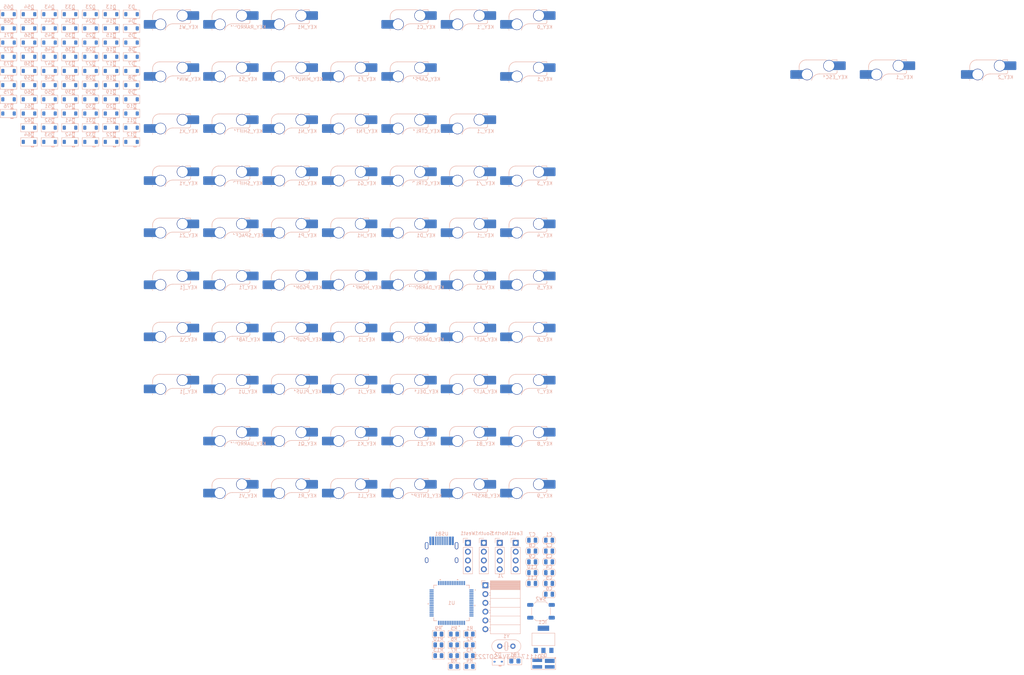
<source format=kicad_pcb>
(kicad_pcb (version 20241229) (generator "pcbnew") (generator_version "9.0")
  (layers (0 "F.Cu" signal) (4 "In1.Cu" signal) (6 "In2.Cu" signal) (2 "B.Cu" signal) (13 "F.Paste" user) (15 "B.Paste" user) (5 "F.SilkS" user "F.Silkscreen") (7 "B.SilkS" user "B.Silkscreen") (1 "F.Mask" user) (3 "B.Mask" user) (25 "Edge.Cuts" user))
  (net 0 "")
  (net 1 "GND")
  (net 2 "+3.3V")
  (net 3 "+5V")
  (net 4 "Net-(D3-A)")
  (net 5 "Net-(D4-A)")
  (net 6 "Net-(D5-A)")
  (net 7 "Net-(D6-A)")
  (net 8 "Net-(D7-A)")
  (net 9 "Net-(D8-A)")
  (net 10 "Net-(D9-A)")
  (net 11 "Net-(D10-A)")
  (net 12 "Net-(D11-A)")
  (net 13 "Net-(D12-A)")
  (net 14 "Net-(D13-A)")
  (net 15 "Net-(D14-A)")
  (net 16 "Net-(D15-A)")
  (net 17 "Net-(D16-A)")
  (net 18 "Net-(D17-A)")
  (net 19 "Net-(D18-A)")
  (net 20 "Net-(D19-A)")
  (net 21 "Net-(D20-A)")
  (net 22 "Net-(D21-A)")
  (net 23 "Net-(D22-A)")
  (net 24 "Net-(D23-A)")
  (net 25 "Net-(D29-A)")
  (net 26 "Net-(D30-A)")
  (net 27 "Net-(D31-A)")
  (net 28 "Net-(D32-A)")
  (net 29 "Net-(D33-A)")
  (net 30 "Net-(D24-A)")
  (net 31 "Net-(D25-A)")
  (net 32 "Net-(D26-A)")
  (net 33 "Net-(D27-A)")
  (net 34 "Net-(D28-A)")
  (net 35 "Net-(D34-A)")
  (net 36 "/COL2")
  (net 37 "/COL3")
  (net 38 "/COL4")
  (net 39 "/COL5")
  (net 40 "/COL1")
  (net 41 "/ROT_TIMB")
  (net 42 "/ROT_TIMA")
  (net 43 "Net-(U1-OSCIN)")
  (net 44 "Net-(U1-OSCOUT)")
  (net 45 "Net-(U1-VCAP)")
  (net 46 "/NRST")
  (net 47 "/D+")
  (net 48 "/D-")
  (net 49 "/ROW1")
  (net 50 "/ROW2")
  (net 51 "/ROW3")
  (net 52 "/ROW4")
  (net 53 "/ROW5")
  (net 54 "Net-(D35-A)")
  (net 55 "/ROT_SW")
  (net 56 "/UART_TX_EAST")
  (net 57 "/UART_RX_EAST")
  (net 58 "Net-(U1-VDDA)")
  (net 59 "/RGB_DATAIN")
  (net 60 "Net-(D36-A)")
  (net 61 "Net-(D37-A)")
  (net 62 "Net-(D38-A)")
  (net 63 "Net-(D39-A)")
  (net 64 "Net-(D40-A)")
  (net 65 "Net-(D41-A)")
  (net 66 "Net-(D42-A)")
  (net 67 "Net-(D43-A)")
  (net 68 "Net-(D44-A)")
  (net 69 "Net-(D45-A)")
  (net 70 "Net-(D46-A)")
  (net 71 "Net-(D47-A)")
  (net 72 "Net-(D48-A)")
  (net 73 "Net-(D50-A)")
  (net 74 "Net-(D51-A)")
  (net 75 "Net-(D52-A)")
  (net 76 "Net-(D53-A)")
  (net 77 "Net-(D54-A)")
  (net 78 "Net-(D55-A)")
  (net 79 "Net-(D56-A)")
  (net 80 "Net-(D57-A)")
  (net 81 "Net-(D58-A)")
  (net 82 "/UART_TX_NORTH")
  (net 83 "/UART_RX_NORTH")
  (net 84 "Net-(USB1-CC2)")
  (net 85 "Net-(USB1-CC1)")
  (net 86 "Net-(U1-PA11)")
  (net 87 "Net-(U1-PA12)")
  (net 88 "Net-(U1-BOOT)")
  (net 89 "/JTCLK")
  (net 90 "Net-(J1-Pin_2)")
  (net 91 "/JTMS")
  (net 92 "Net-(J1-Pin_4)")
  (net 93 "Net-(J1-Pin_5)")
  (net 94 "Net-(J1-Pin_6)")
  (net 95 "/SWO")
  (net 96 "/UART_TX_SOUTH")
  (net 97 "/UART_RX_SOUTH")
  (net 99 "AGND")
  (net 100 "Net-(D59-A)")
  (net 101 "/UART_TX_WEST")
  (net 104 "Net-(D60-A)")
  (net 105 "Net-(D61-A)")
  (net 106 "Net-(D62-A)")
  (net 109 "Net-(D64-A)")
  (net 111 "Net-(D65-A)")
  (net 112 "Net-(D68-A)")
  (net 113 "/UART_RX_WEST")
  (net 114 "Net-(D71-A)")
  (net 115 "Net-(D72-A)")
  (net 116 "Net-(D73-A)")
  (net 119 "Net-(D2-A)")
  (net 124 "Net-(D74-A)")
  (net 125 "Net-(D75-A)")
  (net 126 "Net-(D76-A)")
  (net 127 "/COL12")
  (net 128 "/COL9")
  (net 129 "/COL10")
  (net 130 "/COL11")
  (net 131 "/COL6")
  (net 132 "/COL7")
  (net 133 "/COL8")
  (net 134 "/COL14")
  (net 135 "/COL13")
  (net 136 "/COL15")
  (footprint "PCM_Resistor_SMD_AKL:R_0805_2012Metric" (layer "B.Cu") (at -40.389 193.232 180)
    (property "Reference" "R6")
    (property "Value" "22" (hide yes))
  )
  (footprint "PCM_marbastlib-mx:SW_MX_HS_CPG151101S11_1u" (layer "B.Cu") (at -18.438824 31.517 180)
    (property "Reference" "KEY_1")
    (property "Value" "MX_SW_HS")
  )
  (footprint "PCM_marbastlib-mx:SW_MX_HS_CPG151101S11_1u" (layer "B.Cu") (at -87.038824 76.667 180)
    (property "Reference" "KEY_P1")
    (property "Value" "MX_SW_HS")
  )
  (footprint "PCM_Diode_SMD_AKL:D_SOD-123" (layer "B.Cu") (at -151.269 23.292 180)
    (property "Reference" "D36")
    (property "Value" "1N4148W" (hide yes))
  )
  (footprint "PCM_Capacitor_SMD_AKL:C_0805_2012Metric" (layer "B.Cu") (at -17.821682 166.122 180)
    (property "Reference" "C8")
    (property "Value" "10uF" (hide yes))
  )
  (footprint "PCM_marbastlib-mx:SW_MX_HS_CPG151101S11_1u" (layer "B.Cu") (at -69.888824 91.717 180)
    (property "Reference" "KEY_HOME1")
    (property "Value" "MX_SW_HS")
  )
  (footprint "PCM_Diode_SMD_AKL:D_SOD-123" (layer "B.Cu") (at -163.109 15.092 180)
    (property "Reference" "D55")
    (property "Value" "1N4148W" (hide yes))
  )
  (footprint "PCM_marbastlib-mx:SW_MX_HS_CPG151101S11_1u" (layer "B.Cu") (at -35.588824 61.617 180)
    (property "Reference" "KEY_/1")
    (property "Value" "MX_SW_HS")
  )
  (footprint "PCM_Diode_SMD_AKL:D_SOD-123" (layer "B.Cu") (at -169.029 19.192 180)
    (property "Reference" "D71")
    (property "Value" "1N4148W" (hide yes))
  )
  (footprint "PCM_marbastlib-mx:SW_MX_HS_CPG151101S11_1u" (layer "B.Cu") (at -18.438824 16.467 180)
    (property "Reference" "KEY_0")
    (property "Value" "MX_SW_HS")
  )
  (footprint "PCM_marbastlib-mx:SW_MX_HS_CPG151101S11_1u" (layer "B.Cu") (at -87.038824 16.467 180)
    (property "Reference" "KEY_M1")
    (property "Value" "MX_SW_HS")
  )
  (footprint "PCM_Diode_SMD_AKL:D_SOD-123" (layer "B.Cu") (at -151.269 31.492 180)
    (property "Reference" "D38")
    (property "Value" "1N4148W" (hide yes))
  )
  (footprint "PCM_Diode_SMD_AKL:D_SOD-123" (layer "B.Cu") (at -139.429 47.892 180)
    (property "Reference" "D22")
    (property "Value" "1N4148W" (hide yes))
  )
  (footprint "PCM_marbastlib-mx:SW_MX_HS_CPG151101S11_1u" (layer "B.Cu") (at -104.188824 151.917 180)
    (property "Reference" "KEY_V1")
    (property "Value" "MX_SW_HS")
  )
  (footprint "PCM_marbastlib-mx:SW_MX_HS_CPG151101S11_1u" (layer "B.Cu") (at -69.888824 151.917 180)
    (property "Reference" "KEY_L1")
    (property "Value" "MX_SW_HS")
  )
  (footprint "PCM_Diode_SMD_AKL:D_SOD-123" (layer "B.Cu") (at -145.349 35.592 180)
    (property "Reference" "D29")
    (property "Value" "1N4148W" (hide yes))
  )
  (footprint "PCM_marbastlib-mx:SW_MX_HS_CPG151101S11_1u" (layer "B.Cu") (at -104.188824 121.817 180)
    (property "Reference" "KEY_U1")
    (property "Value" "MX_SW_HS")
  )
  (footprint "PCM_Resistor_SMD_AKL:R_0805_2012Metric" (layer "B.Cu") (at -44.909 196.352 180)
    (property "Reference" "R13")
    (property "Value" "DNP" (hide yes))
  )
  (footprint "PCM_marbastlib-mx:SW_MX_HS_CPG151101S11_1u" (layer "B.Cu") (at -104.188824 16.467 180)
    (property "Reference" "KEY_RARROW1")
    (property "Value" "MX_SW_HS")
  )
  (footprint "PCM_Diode_SMD_AKL:D_SOD-123" (layer "B.Cu") (at -139.429 31.492 180)
    (property "Reference" "D18")
    (property "Value" "1N4148W" (hide yes))
  )
  (footprint "PCM_Diode_SMD_AKL:D_SOD-123" (layer "B.Cu") (at -133.509 10.992 180)
    (property "Reference" "D3")
    (property "Value" "1N4148W" (hide yes))
  )
  (footprint "PCM_marbastlib-mx:SW_MX_HS_CPG151101S11_1u" (layer "B.Cu") (at -52.738824 46.567 180)
    (property "Reference" "KEY_CTRL1")
    (property "Value" "MX_SW_HS")
  )
  (footprint "PCM_Diode_SMD_AKL:D_SOD-123" (layer "B.Cu") (at -145.349 10.992 180)
    (property "Reference" "D23")
    (property "Value" "1N4148W" (hide yes))
  )
  (footprint "PCM_marbastlib-mx:SW_MX_HS_CPG151101S11_1u" (layer "B.Cu") (at -104.188824 76.667 180)
    (property "Reference" "KEY_SPACE1")
    (property "Value" "MX_SW_HS")
  )
  (footprint "PCM_marbastlib-mx:SW_MX_HS_CPG151101S11_1u" (layer "B.Cu") (at -52.738824 76.667 180)
    (property "Reference" "KEY_D1")
    (property "Value" "MX_SW_HS")
  )
  (footprint "PCM_Diode_SMD_AKL:D_SOD-123" (layer "B.Cu") (at -163.109 31.492 180)
    (property "Reference" "D59")
    (property "Value" "1N4148W" (hide yes))
  )
  (footprint "PCM_Diode_SMD_AKL:D_SOD-123" (layer "B.Cu") (at -169.029 10.992 180)
    (property "Reference" "D65")
    (property "Value" "1N4148W" (hide yes))
  )
  (footprint "Connector_PinSocket_2.54mm:PinSocket_1x04_P2.54mm_Vertical" (layer "B.Cu") (at -27.184 163.767 180)
    (property "Reference" "North1")
    (property "Value" "Conn_01x04")
  )
  (footprint "PCM_Resistor_SMD_AKL:R_0805_2012Metric" (layer "B.Cu") (at -40.389 190.112 180)
    (property "Reference" "R5")
    (property "Value" "10k" (hide yes))
  )
  (footprint "PCM_Resistor_SMD_AKL:R_0805_2012Metric" (layer "B.Cu") (at -44.909 193.232 180)
    (property "Reference" "R10")
    (property "Value" "DNP" (hide yes))
  )
  (footprint "Connector_PinSocket_2.54mm:PinSocket_1x04_P2.54mm_Vertical" (layer "B.Cu") (at -36.384 163.767 180)
    (property "Reference" "West1")
    (property "Value" "Conn_01x04")
  )
  (footprint "PCM_Diode_SMD_AKL:D_SOD-123" (layer "B.Cu") (at -151.269 39.692 180)
    (property "Reference" "D40")
    (property "Value" "1N4148W" (hide yes))
  )
  (footprint "PCM_marbastlib-mx:SW_MX_HS_CPG151101S11_1u" (layer "B.Cu") (at -121.338824 46.567 180)
    (property "Reference" "KEY_X1")
    (property "Value" "MX_SW_HS")
  )
  (footprint "PCM_Diode_SMD_AKL:D_SOD-123" (layer "B.Cu") (at -145.349 23.292 180)
    (property "Reference" "D26")
    (property "Value" "1N4148W" (hide yes))
  )
  (footprint "PCM_Diode_SMD_AKL:D_SOD-123" (layer "B.Cu") (at -163.109 43.792 180)
    (property "Reference" "D62")
    (property "Value" "1N4148W" (hide yes))
  )
  (footprint "PCM_Diode_SMD_AKL:D_SOD-123" (layer "B.Cu") (at -139.429 27.392 180)
    (property "Reference" "D17")
    (property "Value" "1N4148W" (hide yes))
  )
  (footprint "PCM_marbastlib-mx:SW_MX_HS_CPG151101S11_1u" (layer "B.Cu") (at 114.6175 30.95625 180)
    (property "Reference" "KEY_2")
    (property "Value" "MX_SW_HS")
  )
  (footprint "PCM_Diode_SMD_AKL:D_SOD-123" (layer "B.Cu") (at -139.429 15.092 180)
    (property "Reference" "D14")
    (property "Value" "1N4148W" (hide yes))
  )
  (footprint "PCM_marbastlib-mx:SW_MX_HS_CPG151101S11_1u" (layer "B.Cu") (at -69.888824 76.667 180)
    (property "Reference" "KEY_H1")
    (property "Value" "MX_SW_HS")
  )
  (footprint "PCM_marbastlib-mx:SW_MX_HS_CPG151101S11_1u" (layer "B.Cu") (at -18.438824 136.867 180)
    (property "Reference" "KEY_8")
    (property "Value" "MX_SW_HS")
  )
  (footprint "PCM_marbastlib-mx:SW_MX_HS_CPG151101S11_1u" (layer "B.Cu") (at -18.438824 106.767 180)
    (property "Reference" "KEY_6")
    (property "Value" "MX_SW_HS")
  )
  (footprint "PCM_Diode_SMD_AKL:D_SOD-123" (layer "B.Cu") (at -151.269 47.892 180)
    (property "Reference" "D42")
    (property "Value" "1N4148W" (hide yes))
  )
  (footprint "PCM_marbastlib-mx:SW_MX_HS_CPG151101S11_1u" (layer "B.Cu") (at -69.888824 46.567 180)
    (property "Reference" "KEY_FN1")
    (property "Value" "MX_SW_HS")
  )
  (footprint "PCM_marbastlib-mx:SW_MX_HS_CPG151101S11_1u" (layer "B.Cu") (at 65.3475 30.95625 180)
    (property "Reference" "KEY_ESC1")
    (property "Value" "MX_SW_HS")
  )
  (footprint "PCM_Diode_SMD_AKL:D_SOD-123" (layer "B.Cu") (at -151.269 10.992 180)
    (property "Reference" "D33")
    (property "Value" "1N4148W" (hide yes))
  )
  (footprint "PCM_marbastlib-mx:SW_MX_HS_CPG151101S11_1u" (layer "B.Cu") (at -18.438824 61.617 180)
    (property "Reference" "KEY_3")
    (property "Value" "MX_SW_HS")
  )
  (footprint "PCM_marbastlib-mx:SW_MX_HS_CPG151101S11_1u" (layer "B.Cu") (at -35.588824 91.717 180)
    (property "Reference" "KEY_A1")
    (property "Value" "MX_SW_HS")
  )
  (footprint "PCM_marbastlib-mx:SW_MX_HS_CPG151101S11_1u" (layer "B.Cu") (at -87.038824 61.617 180)
    (property "Reference" "KEY_O1")
    (property "Value" "MX_SW_HS")
  )
  (footprint "PCM_Diode_SMD_AKL:D_SOD-123" (layer "B.Cu") (at -151.269 19.192 180)
    (property "Reference" "D35")
    (property "Value" "1N4148W" (hide yes))
  )
  (footprint "PCM_marbastlib-mx:SW_MX_HS_CPG151101S11_1u" (layer "B.Cu") (at -52.738824 91.717 180)
    (property "Reference" "KEY_DARROW1")
    (property "Value" "MX_SW_HS")
  )
  (footprint "PCM_marbastlib-mx:SW_MX_HS_CPG151101S11_1u" (layer "B.Cu") (at -87.038824 46.567 180)
    (property "Reference" "KEY_N1")
    (property "Value" "MX_SW_HS")
  )
  (footprint "PCM_Diode_SMD_AKL:D_SOD-123" (layer "B.Cu") (at -169.029 23.292 180)
    (property "Reference" "D72")
    (property "Value" "1N4148W" (hide yes))
  )
  (footprint "PCM_Diode_SMD_AKL:D_SOD-123" (layer "B.Cu") (at -133.509 47.892 180)
    (property "Reference" "D12")
    (property "Value" "1N4148W" (hide yes))
  )
  (footprint "PCM_Diode_SMD_AKL:D_SOD-123" (layer "B.Cu") (at -157.189 15.092 180)
    (property "Reference" "D44")
    (property "Value" "1N4148W" (hide yes))
  )
  (footprint "PCM_Diode_SMD_AKL:D_SOD-123" (layer "B.Cu") (at -133.509 15.092 180)
    (property "Reference" "D4")
    (property "Value" "1N4148W" (hide yes))
  )
  (footprint "PCM_marbastlib-mx:SW_MX_HS_CPG151101S11_1u" (layer "B.Cu") (at -52.738824 121.817 180)
    (property "Reference" "KEY_DEL1")
    (property "Value" "MX_SW_HS")
  )
  (footprint "PCM_Resistor_SMD_AKL:R_0805_2012Metric" (layer "B.Cu") (at -35.869 196.352 180)
    (property "Reference" "R3")
    (property "Value" "22" (hide yes))
  )
  (footprint "PCM_marbastlib-mx:SW_MX_HS_CPG151101S11_1u" (layer "B.Cu") (at -104.188824 91.717 180)
    (property "Reference" "KEY_T1")
    (property "Value" "MX_SW_HS")
  )
  (footprint "PCM_marbastlib-mx:SW_MX_HS_CPG151101S11_1u" (layer "B.Cu") (at -18.438824 76.667 180)
    (property "Reference" "KEY_4")
    (property "Value" "MX_SW_HS")
  )
  (footprint "PCM_Diode_SMD_AKL:D_SOD-123" (layer "B.Cu") (at -151.269 35.592 180)
    (property "Reference" "D39")
    (property "Value" "1N4148W" (hide yes))
  )
  (footprint "PCM_Capacitor_SMD_AKL:C_0805_2012Metric" (layer "B.Cu") (at -12.939894 178.602 180)
    (property "Reference" "C6")
    (property "Value" "100nF" (hide yes))
  )
  (footprint "PCM_Resistor_SMD_AKL:R_0805_2012Metric" (layer "B.Cu") (at -40.389 196.352 180)
    (property "Reference" "R7")
    (property "Value" "22" (hide yes))
  )
  (footprint "PCM_Capacitor_SMD_AKL:C_0805_2012Metric" (layer "B.Cu") (at -12.939894 166.122 180)
    (property "Reference" "C2")
    (property "Value" "20pF" (hide yes))
  )
  (footprint "PCM_Diode_SMD_AKL:D_SOD-123" (layer "B.Cu") (at -139.429 35.592 180)
    (property "Reference" "D19")
    (property "Value" "1N4148W" (hide yes))
  )
  (footprint "PCM_Capacitor_SMD_AKL:C_0805_2012Metric" (layer "B.Cu") (at -17.821682 169.242 180)
    (property "Reference" "C9")
    (property "Value" "4.7uF" (hide yes))
  )
  (footprint "PCM_Diode_SMD_AKL:D_SOD-123" (layer "B.Cu") (at -157.189 31.492 180)
    (property "Reference" "D48")
    (property "Value" "1N4148W" (hide yes))
  )
  (footprint "PCM_Diode_SMD_AKL:D_SOD-123" (layer "B.Cu") (at -145.349 27.392 180)
    (property "Reference" "D27")
    (property "Value" "1N4148W" (hide yes))
  )
  (footprint "PCM_marbastlib-mx:SW_MX_HS_CPG151101S11_1u" (layer "B.Cu") (at -87.038824 136.867 180)
    (property "Reference" "KEY_Q1")
    (property "Value" "MX_SW_HS")
  )
  (footprint "PCM_marbastlib-mx:SW_MX_HS_CPG151101S11_1u" (layer "B.Cu") (at -104.188824 136.867 180)
    (property "Reference" "KEY_UARROW1")
    (property "Value" "MX_SW_HS")
  )
  (footprint "PCM_Diode_SMD_AKL:D_SOD-123" (layer "B.Cu") (at -151.269 43.792 180)
    (property "Reference" "D41")
    (property "Value" "1N4148W" (hide yes))
  )
  (footprint "PCM_Diode_SMD_AKL:D_SOD-123" (layer "B.Cu") (at -133.509 35.592 180)
    (property "Reference" "D9")
    (property "Value" "1N4148W" (hide yes))
  )
  (footprint "PCM_Diode_SMD_AKL:D_SOD-123" (layer "B.Cu") (at -133.509 19.192 180)
    (property "Reference" "D5")
    (property "Value" "1N4148W" (hide yes))
  )
  (footprint "PCM_Diode_SMD_AKL:D_SOD-123" (layer "B.Cu") (at -133.509 43.792 180)
    (property "Reference" "D11")
    (property "Value" "1N4148W" (hide yes))
  )
  (footprint "PCM_Diode_SMD_AKL:D_SOD-123" (layer "B.Cu") (at -163.109 35.592 180)
    (property "Reference" "D60")
    (property "Value" "1N4148W" (hide yes))
  )
  (footprint "PCM_Capacitor_SMD_AKL:C_0805_2012Metric" (layer "B.Cu") (at -12.939894 172.362 180)
    (property "Reference" "C4")
    (property "Value" "100nF" (hide yes))
  )
  (footprint "PCM_Diode_SMD_AKL:D_SOD-123" (layer "B.Cu") (at -163.109 10.992 180)
    (property "Reference" "D54")
    (property "Value" "1N4148W" (hide yes))
  )
  (footprint "Type-C.pretty-master:HRO-TYPE-C-31-M-12-HandSoldering" (layer "B.Cu") (at -43.979 171.362 180)
    (property "Reference" "USB1")
    (property "Value" "HRO-TYPE-C-31-M-12")
  )
  (footprint "PCM_Diode_SMD_AKL:D_SOD-123" (layer "B.Cu") (at -133.509 23.292 180)
    (property "Reference" "D6")
    (property "Value" "1N4148W" (hide yes))
  )
  (footprint "PCM_marbastlib-mx:SW_MX_HS_CPG151101S11_1u" (layer "B.Cu") (at -35.588824 106.767 180)
    (property "Reference" "KEY_ALT1")
    (property "Value" "MX_SW_HS")
  )
  (footprint "PCM_marbastlib-mx:SW_MX_HS_CPG151101S11_1u" (layer "B.Cu") (at -87.038824 151.917 180)
    (property "Reference" "KEY_R1")
    (property "Value" "MX_SW_HS")
  )
  (footprint "PCM_marbastlib-mx:SW_MX_HS_CPG151101S11_1u" (layer "B.Cu") (at -121.338824 91.717 180)
    (property "Reference" "KEY_[1")
    (property "Value" "MX_SW_HS")
  )
  (footprint "PCM_Diode_SMD_AKL:D_SOD-123" (layer "B.Cu") (at -169.029 35.592 180)
    (property "Reference" "D75")
    (property "Value" "1N4148W" (hide yes))
  )
  (footprint "PCM_marbastlib-mx:SW_MX_HS_CPG151101S11_1u" (layer "B.Cu") (at -69.888824 136.867 180)
    (property "Reference" "KEY_K1")
    (property "Value" "MX_SW_HS")
  )
  (footprint "PCM_marbastlib-mx:SW_MX_HS_CPG151101S11_1u" (layer "B.Cu") (at -104.188824 46.567 180)
    (property "Reference" "KEY_SHIFT1")
    (property "Value" "MX_SW_HS")
  )
  (footprint "PCM_marbastlib-various:SW_SPST_SKQG_WithStem" (layer "B.Cu") (at -15.274 183.537 180)
    (property "Reference" "SW2")
    (property "Value" "Push_Button")
  )
  (footprint "PCM_Diode_SMD_AKL:D_SOD-123" (layer "B.Cu") (at -163.109 27.392 180)
    (property "Reference" "D58")
    (property "Value" "1N4148W" (hide yes))
  )
  (footprint "PCM_Diode_SMD_AKL:D_SOD-123" (layer "B.Cu") (at -139.429 39.692 180)
    (property "Reference" "D20")
    (property "Value" "1N4148W" (hide yes))
  )
  (footprint "PCM_Diode_SMD_AKL:D_SOD-123" (layer "B.Cu") (at -139.429 19.192 180)
    (property "Reference" "D15")
    (property "Value" "1N4148W" (hide yes))
  )
  (footprint "PCM_marbastlib-mx:SW_MX_HS_CPG151101S11_1u" (layer "B.Cu") (at -104.188824 106.767 180)
    (property "Reference" "KEY_TAB1")
    (property "Value" "MX_SW_HS")
  )
  (footprint "PCM_Diode_SMD_AKL:D_SOD-323" (layer "B.Cu") (at -27.639 198.092 180)
    (property "Reference" "D2")
    (property "Value" "BAT60JFILM" (hide yes))
  )
  (footprint "PCM_Diode_SMD_AKL:D_SOD-123" (layer "B.Cu") (at -157.189 43.792 180)
    (property "Reference" "D52")
    (property "Value" "1N4148W" (hide yes))
  )
  (footprint "PCM_marbastlib-mx:SW_MX_HS_CPG151101S11_1u" (layer "B.Cu") (at -52.738824 136.867 180)
    (property "Reference" "KEY_E1")
    (property "Value" "MX_SW_HS")
  )
  (footprint "PCM_marbastlib-mx:SW_MX_HS_CPG151101S11_1u" (layer "B.Cu") (at -121.338824 31.517 180)
    (property "Reference" "KEY_WIN1")
    (property "Value" "MX_SW_HS")
  )
  (footprint "PCM_Diode_SMD_AKL:D_SOD-123" (layer "B.Cu") (at -157.189 47.892 180)
    (property "Reference" "D53")
    (property "Value" "1N4148W" (hide yes))
  )
  (footprint "PCM_marbastlib-mx:SW_MX_HS_CPG151101S11_1u" (layer "B.Cu") (at -35.588824 136.867 180)
    (property "Reference" "KEY_B1")
    (property "Value" "MX_SW_HS")
  )
  (footprint "PCM_Resistor_SMD_AKL:R_0805_2012Metric" (layer "B.Cu") (at -35.869 193.232 180)
    (property "Reference" "R2")
    (property "Value" "5.1k" (hide yes))
  )
  (footprint "PCM_marbastlib-mx:SW_MX_HS_CPG151101S11_1u" (layer "B.Cu") (at -52.738824 61.617 180)
    (property "Reference" "KEY_CTRL2")
    (property "Value" "MX_SW_HS")
  )
  (footprint "PCM_marbastlib-mx:SW_MX_HS_CPG151101S11_1u" (layer "B.Cu") (at -69.888824 61.617 180)
    (property "Reference" "KEY_G1")
    (property "Value" "MX_SW_HS")
  )
  (footprint "PCM_Capacitor_SMD_AKL:C_0805_2012Metric" (layer "B.Cu") (at -17.821682 172.362 180)
    (property "Reference" "C10")
    (property "Value" "1uF" (hide yes))
  )
  (footprint "PCM_marbastlib-mx:SW_MX_HS_CPG151101S11_1u" (layer "B.Cu") (at -104.188824 31.517 180)
    (property "Reference" "KEY_S1")
    (property "Value" "MX_SW_HS")
  )
  (footprint "PCM_Diode_SMD_AKL:D_SOD-123" (layer "B.Cu") (at -139.429 23.292 180)
    (property "Reference" "D16")
    (property "Value" "1N4148W" (hide yes))
  )
  (footprint "PCM_marbastlib-mx:SW_MX_HS_CPG151101S11_1u" (layer "B.Cu") (at -87.038824 91.717 180)
    (property "Reference" "KEY_PGDN1")
    (property "Value" "MX_SW_HS")
  )
  (footprint "PCM_Capacitor_SMD_AKL:C_0805_2012Metric" (layer "B.Cu") (at -17.821682 175.482 180)
    (property "Reference" "C11")
    (property "Value" "0.1uF" (hide yes))
  )
  (footprint "PCM_Diode_SMD_AKL:D_SOD-123" (layer "B.Cu") (at -157.189 19.192 180)
    (property "Reference" "D45")
    (property "Value" "1N4148W" (hide yes))
  )
  (footprint "PCM_marbastlib-mx:SW_MX_HS_CPG151101S11_1u" (layer "B.Cu") (at -52.738824 31.517 180)
    (property "Reference" "KEY_CAPS1")
    (property "Value" "MX_SW_HS")
  )
  (footprint "PCM_marbastlib-mx:SW_MX_HS_CPG151101S11_1u" (layer "B.Cu") (at -69.888824 31.517 180)
    (property "Reference" "KEY_F1")
    (property "Value" "MX_SW_HS")
  )
  (footprint "PCM_marbastlib-mx:SW_MX_HS_CPG151101S11_1u" (layer "B.Cu") (at -69.888824 106.767 180)
    (property "Reference" "KEY_I1")
    (property "Value" "MX_SW_HS")
  )
  (footprint "PCM_Diode_SMD_AKL:D_SOD-123" (layer "B.Cu") (at -157.189 39.692 180)
    (property "Reference" "D51")
    (property "Value" "1N4148W" (hide yes))
  )
  (footprint "PCM_Diode_SMD_AKL:D_SOD-123" (layer "B.Cu") (at -145.349 15.092 180)
    (property "Reference" "D24")
    (property "Value" "1N4148W" (hide yes))
  )
  (footprint "PCM_marbastlib-mx:SW_MX_HS_CPG151101S11_1u" (layer "B.Cu") (at -121.338824 106.767 180)
    (property "Reference" "KEY_\\1")
    (property "Value" "MX_SW_HS")
  )
  (footprint "PCM_Diode_SMD_AKL:D_SOD-123" (layer "B.Cu") (at -163.109 47.892 180)
    (property "Reference" "D64")
    (property "Value" "1N4148W" (hide yes))
  )
  (footprint "PCM_Diode_SMD_AKL:D_SOD-123" (layer "B.Cu") (at -157.189 35.592 180)
    (property "Reference" "D50")
    (property "Value" "1N4148W" (hide yes))
  )
  (footprint "PCM_Resistor_SMD_AKL:R_0805_2012Metric" (layer "B.Cu") (at -44.909 190.112 180)
    (property "Reference" "R9")
    (property "Value" "22" (hide yes))
  )
  (footprint "PCM_Diode_SMD_AKL:D_SOD-123" (layer "B.Cu") (at -145.349 43.792 180)
    (property "Reference" "D31")
    (property "Value" "1N4148W" (hide yes))
  )
  (footprint "PCM_Fuse_AKL:Fuse_0805_2012Metric_Pad1.15x1.40mm_BigPads" (layer "B.Cu") (at -22.819 197.902 180)
    (property "Reference" "FB1")
    (property "Value" "Ferrite_Bead" (hide yes))
  )
  (footprint "PCM_marbastlib-mx:SW_MX_HS_CPG151101S11_1u" (layer "B.Cu") (at -35.588824 151.917 180)
    (property "Reference" "KEY_BKSP1")
    (property "Value" "MX_SW_HS")
  )
  (footprint "PCM_Diode_SMD_AKL:D_SOD-123" (layer "B.Cu") (at -145.349 19.192 180)
    (property "Reference" "D25")
    (property "Value" "1N4148W" (hide yes))
  )
  (footprint "PCM_marbastlib-mx:SW_MX_HS_CPG151101S11_1u" (layer "B.Cu") (at -87.038824 31.517 180)
    (property "Reference" "KEY_MINUS1")
    (property "Value" "MX_SW_HS")
  )
  (footprint "PCM_Diode_SMD_AKL:D_SOD-123" (layer "B.Cu") (at -169.029 15.092 180)
    (property "Reference" "D68")
    (property "Value" "1N4148W" (hide yes))
  )
  (footprint "PCM_marbastlib-mx:SW_MX_HS_CPG151101S11_1u" (layer "B.Cu") (at 85.4075 30.95625 180)
    (property "Reference" "KEY_,1")
    (property "Value" "MX_SW_HS")
  )
  (footprint "PCM_Diode_SMD_AKL:D_SOD-123" (layer "B.Cu") (at -157.189 27.392 180)
    (property "Reference" "D47")
    (property "Value" "1N4148W" (hide yes))
  )
  (footprint "PCM_marbastlib-mx:SW_MX_HS_CPG151101S11_1u" (layer "B.Cu") (at -35.588824 76.667 180)
    (property "Reference" "KEY_;1")
    (property "Value" "MX_SW_HS")
  )
  (footprint "PCM_marbastlib-mx:SW_MX_HS_CPG151101S11_1u" (layer "B.Cu") (at -121.338824 61.617 180)
    (property "Reference" "KEY_Y1")
    (property "Value" "MX_SW_HS")
  )
  (footprint "PCM_Diode_SMD_AKL:D_SOD-123" (layer "B.Cu") (at -157.189 23.292 180)
    (property "Reference" "D46")
    (property "Value" "1N4148W" (hide yes))
  )
  (footprint "PCM_Package_TO_SOT_SMD_AKL:SOT-143_Handsoldering" (layer "B.Cu") (at -14.5515 198.637 180)
    (property "Reference" "D1")
    (property "Value" "PRTR5V0U2X")
  )
  (footprint "PCM_Diode_SMD_AKL:D_SOD-123" (layer "B.Cu") (at -151.269 15.092 180)
    (property "Reference" "D34")
    (property "Value" "1N4148W" (hide yes))
  )
  (footprint "Connector_PinSocket_2.54mm:PinSocket_1x06_P2.54mm_Horizontal" (layer "B.Cu") (at -31.334 176.017 180)
    (property "Reference" "J1")
    (property "Value" "Conn_01x06")
  )
  (footprint "PCM_marbastlib-mx:SW_MX_HS_CPG151101S11_1u" (layer "B.Cu") (at -87.038824 121.817 180)
    (property "Reference" "KEY_PLUS1")
    (property "Value" "MX_SW_HS")
  )
  (footprint "Connector_PinSocket_2.54mm:PinSocket_1x04_P2.54mm_Vertical" (layer "B.Cu") (at -22.584 163.767 180)
    (property "Reference" "East1")
    (property "Value" "Conn_01x04")
  )
  (footprint "PCM_marbastlib-mx:SW_MX_HS_CPG151101S11_1u" (layer "B.Cu") (at -52.738824 16.467 180)
    (property "Reference" "KEY_C1")
    (property "Value" "MX_SW_HS")
  )
  (footprint "PCM_marbastlib-mx:SW_MX_HS_CPG151101S11_1u" (layer "B.Cu") (at -18.438824 121.817 180)
    (property "Reference" "KEY_7")
    (property "Value" "MX_SW_HS")
  )
  (footprint "PCM_Diode_SMD_AKL:D_SOD-123" (layer "B.Cu") (at -145.349 39.692 180)
    (property "Reference" "D30")
    (property "Value" "1N4148W" (hide yes))
  )
  (footprint "PCM_Resistor_SMD_AKL:R_0805_2012Metric" (layer "B.Cu") (at -35.869 199.472 180)
    (property "Reference" "R4")
    (property "Value" "22" (hide yes))
  )
  (footprint "PCM_marbastlib-mx:SW_MX_HS_CPG151101S11_1u" (layer "B.Cu") (at -121.338824 76.667 180)
    (property "Reference" "KEY_Z1")
    (property "Value" "MX_SW_HS")
  )
  (footprint "PCM_Diode_SMD_AKL:D_SOD-123" (layer "B.Cu") (at -151.269 27.392 180)
    (property "Reference" "D37")
    (property "Value" "1N4148W" (hide yes))
  )
  (footprint "PCM_Diode_SMD_AKL:D_SOD-123" (layer "B.Cu") (at -139.429 43.792 180)
    (property "Reference" "D21")
    (property "Value" "1N4148W" (hide yes))
  )
  (footprint "PCM_marbastlib-mx:SW_MX_HS_CPG151101S11_1u" (layer "B.Cu") (at -18.438824 91.717 180)
    (property "Reference" "KEY_5")
    (property "Value" "MX_SW_HS")
  )
  (footprint "PCM_Diode_SMD_AKL:D_SOD-123" (layer "B.Cu") (at -157.189 10.992 180)
    (property "Reference" "D43")
    (property "Value" "1N4148W" (hide yes))
  )
  (footprint "footprints:LQFP64-10x10mm" (layer "B.Cu") (at -41.1123 181.1231 180)
    (property "Reference" "U1")
    (property "Value" "~")
  )
  (footprint "PCM_Diode_SMD_AKL:D_SOD-123" (layer "B.Cu") (at -139.429 10.992 180)
    (property "Reference" "D13")
    (property "Value" "1N4148W" (hide yes))
  )
  (footprint "PCM_Capacitor_SMD_AKL:C_0805_2012Metric" (layer "B.Cu") (at -12.939894 175.482 180)
    (property "Reference" "C5")
    (property "Value" "100nF" (hide yes))
  )
  (footprint "PCM_Capacitor_SMD_AKL:C_0805_2012Metric" (layer "B.Cu") (at -17.821682 163.002 180)
    (property "Reference" "C7")
    (property "Value" "1uF" (hide yes))
  )
  (footprint "PCM_marbastlib-mx:SW_MX_HS_CPG151101S11_1u" (layer "B.Cu") (at -35.588824 16.467 180)
    (property "Reference" "KEY_'1")
    (property "Value" "MX_SW_HS")
  )
  (footprint "PCM_Diode_SMD_AKL:D_SOD-123" (layer "B.Cu") (at -169.029 31.492 180)
    (property "Reference" "D74")
    (property "Value" "1N4148W" (hide yes))
  )
  (footprint "PCM_marbastlib-mx:SW_MX_HS_CPG151101S11_1u" (layer "B.Cu") (at -35.588824 121.817 180)
    (property "Reference" "KEY_ALT2")
    (property "Value" "MX_SW_HS")
  )
  (footprint "PCM_marbastlib-mx:SW_MX_HS_CPG151101S11_1u" (layer "B.Cu") (at -69.888824 121.817 180)
    (property "Reference" "KEY_J1")
    (property "Value" "MX_SW_HS")
  )
  (footprint "PCM_marbastlib-mx:SW_MX_HS_CPG151101S11_1u" (layer "B.Cu") (at -18.438824 151.917 180)
    (property "Reference" "KEY_9")
    (property "Value" "MX_SW_HS")
  )
  (footprint "Connector_PinSocket_2.54mm:PinSocket_1x04_P2.54mm_Vertical" (layer "B.Cu") (at -31.784 163.767 180)
    (property "Reference" "South1")
    (property "Value" "Conn_01x04")
  )
  (footprint "PCM_Crystal_AKL:Crystal_HC52-U_Vertical" (layer "B.Cu") (at -23.384 193.617 180)
    (property "Reference" "Y1")
    (property "Value" "8MHz" (hide yes))
  )
  (footprint "PCM_marbastlib-mx:SW_MX_HS_CPG151101S11_1u" (layer "B.Cu") (at -121.338824 121.817 180)
    (property "Reference" "KEY_]1")
    (property "Value" "MX_SW_HS")
  )
  (footprint "PCM_marbastlib-mx:SW_MX_HS_CPG151101S11_1u" (layer "B.Cu") (at -104.188824 61.617 180)
    (property "Reference" "KEY_SHIFT2")
    (property "Value" "MX_SW_HS")
  )
  (footprint "PCM_Diode_SMD_AKL:D_SOD-123" (layer "B.Cu") (at -169.029 39.692 180)
    (property "Reference" "D76")
    (property "Value" "1N4148W" (hide yes))
  )
  (footprint "PCM_marbastlib-mx:SW_MX_HS_CPG151101S11_1u" (layer "B.Cu") (at -52.738824 106.767 180)
    (property "Reference" "KEY_DARROW2")
    (property "Value" "MX_SW_HS")
  )
  (footprint "PCM_Resistor_SMD_AKL:R_0805_2012Metric" (layer "B.Cu") (at -35.869 190.112 180)
    (property "Reference" "R1")
    (property "Value" "5.1k" (hide yes))
  )
  (footprint "PCM_Diode_SMD_AKL:D_SOD-123" (layer "B.Cu") (at -133.509 27.392 180)
    (property "Reference" "D7")
    (property "Value" "1N4148W" (hide yes))
  )
  (footprint "PCM_Diode_SMD_AKL:D_SOD-123" (layer "B.Cu") (at -145.349 31.492 180)
    (property "Reference" "D28")
    (property "Value" "1N4148W" (hide yes))
  )
  (footprint "PCM_Diode_SMD_AKL:D_SOD-123" (layer "B.Cu") (at -145.349 47.892 180)
    (property "Reference" "D32")
    (property "Value" "1N4148W" (hide yes))
  )
  (footprint "PCM_Diode_SMD_AKL:D_SOD-123" (layer "B.Cu") (at -163.109 23.292 180)
    (property "Reference" "D57")
    (property "Value" "1N4148W" (hide yes))
  )
  (footprint "PCM_Capacitor_SMD_AKL:C_0805_2012Metric" (layer "B.Cu") (at -12.939894 163.002 180)
    (property "Reference" "C1")
    (property "Value" "20pF" (hide yes))
  )
  (footprint "PCM_Resistor_SMD_AKL:R_0805_2012Metric" (layer "B.Cu") (at -40.389 199.472 180)
    (property "Reference" "R8")
    (property "Value" "22" (hide yes))
  )
  (footprint "PCM_marbastlib-mx:SW_MX_HS_CPG151101S11_1u" (layer "B.Cu") (at -52.738824 151.917 180)
    (property "Reference" "KEY_ENTER1")
    (property "Value" "MX_SW_HS")
  )
  (footprint "PCM_Diode_SMD_AKL:D_SOD-123" (layer "B.Cu") (at -133.509 39.692 180)
    (property "Reference" "D10")
    (property "Value" "1N4148W" (hide yes))
  )
  (footprint "PCM_Diode_SMD_AKL:D_SOD-123" (layer "B.Cu") (at -133.509 31.492 180)
    (property "Reference" "D8")
    (property "Value" "1N4148W" (hide yes))
  )
  (footprint "PCM_Diode_SMD_AKL:D_SOD-123" (layer "B.Cu") (at -163.109 19.192 180)
    (property "Reference" "D56")
    (property "Value" "1N4148W" (hide yes))
  )
  (footprint "PCM_Diode_SMD_AKL:D_SOD-123" (layer "B.Cu") (at -163.109 39.692 180)
    (property "Reference" "D61")
    (property "Value" "1N4148W" (hide yes))
  )
  (footprint "PCM_4ms_Package_SOT:SOT223" (layer "B.Cu") (at -14.574 191.637 180)
    (property "Reference" "IC1")
    (property "Value" "LD1117-3.3V-SOT223")
  )
  (footprint "PCM_marbastlib-mx:SW_MX_HS_CPG151101S11_1u" (layer "B.Cu") (at -87.038824 106.767 180)
    (property "Reference" "KEY_PGUP1")
    (property "Value" "MX_SW_HS")
  )
  (footprint "PCM_Capacitor_SMD_AKL:C_0805_2012Metric" (layer "B.Cu") (at -12.939894 169.242 180)
    (property "Reference" "C3")
    (property "Value" "100nF" (hide yes))
  )
  (footprint "PCM_Diode_SMD_AKL:D_SOD-123" (layer "B.Cu") (at -169.029 27.392 180)
    (property "Reference" "D73")
    (property "Value" "1N4148W" (hide yes))
  )
  (footprint "PCM_marbastlib-mx:SW_MX_HS_CPG151101S11_1u" (layer "B.Cu") (at -35.588824 46.567 180)
    (property "Reference" "KEY_.1")
    (property "Value" "MX_SW_HS")
  )
  (footprint "PCM_marbastlib-mx:SW_MX_HS_CPG151101S11_1u" (layer "B.Cu") (at -121.338824 16.467 180)
    (property "Reference" "KEY_W1")
    (property "Value" "MX_SW_HS")
  )
)
</source>
